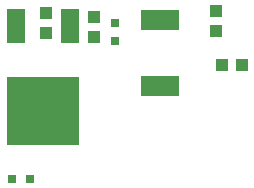
<source format=gbr>
G04 EAGLE Gerber RS-274X export*
G75*
%MOMM*%
%FSLAX34Y34*%
%LPD*%
%INSolderpaste Top*%
%IPPOS*%
%AMOC8*
5,1,8,0,0,1.08239X$1,22.5*%
G01*
%ADD10R,0.800000X0.800000*%
%ADD11R,1.000000X1.100000*%
%ADD12R,1.600000X3.000000*%
%ADD13R,6.200000X5.800000*%
%ADD14R,3.200000X1.800000*%
%ADD15R,1.100000X1.000000*%


D10*
X289440Y245110D03*
X274440Y245110D03*
D11*
X452510Y341630D03*
X469510Y341630D03*
D12*
X323215Y374060D03*
X277495Y374060D03*
D13*
X300355Y302260D03*
D11*
X447040Y386960D03*
X447040Y369960D03*
D14*
X400050Y323730D03*
X400050Y379730D03*
D15*
X344170Y364880D03*
X344170Y381880D03*
D10*
X361950Y362070D03*
X361950Y377070D03*
D15*
X303530Y368690D03*
X303530Y385690D03*
M02*

</source>
